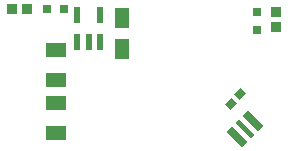
<source format=gbp>
G04*
G04 #@! TF.GenerationSoftware,Altium Limited,Altium Designer,22.10.1 (41)*
G04*
G04 Layer_Color=128*
%FSTAX24Y24*%
%MOIN*%
G70*
G04*
G04 #@! TF.SameCoordinates,87BD3A09-32BE-4FA1-A735-6A54E07DCED2*
G04*
G04*
G04 #@! TF.FilePolarity,Positive*
G04*
G01*
G75*
%ADD29R,0.0335X0.0374*%
%ADD30R,0.0374X0.0335*%
G04:AMPARAMS|DCode=33|XSize=23.6mil|YSize=29.5mil|CornerRadius=0mil|HoleSize=0mil|Usage=FLASHONLY|Rotation=315.000|XOffset=0mil|YOffset=0mil|HoleType=Round|Shape=Rectangle|*
%AMROTATEDRECTD33*
4,1,4,-0.0188,-0.0021,0.0021,0.0188,0.0188,0.0021,-0.0021,-0.0188,-0.0188,-0.0021,0.0*
%
%ADD33ROTATEDRECTD33*%

%ADD49R,0.0484X0.0709*%
%ADD50R,0.0315X0.0315*%
%ADD51R,0.0315X0.0315*%
G04:AMPARAMS|DCode=52|XSize=23.6mil|YSize=74.8mil|CornerRadius=0mil|HoleSize=0mil|Usage=FLASHONLY|Rotation=45.000|XOffset=0mil|YOffset=0mil|HoleType=Round|Shape=Rectangle|*
%AMROTATEDRECTD52*
4,1,4,0.0181,-0.0348,-0.0348,0.0181,-0.0181,0.0348,0.0348,-0.0181,0.0181,-0.0348,0.0*
%
%ADD52ROTATEDRECTD52*%

G04:AMPARAMS|DCode=53|XSize=15.7mil|YSize=74.8mil|CornerRadius=0mil|HoleSize=0mil|Usage=FLASHONLY|Rotation=45.000|XOffset=0mil|YOffset=0mil|HoleType=Round|Shape=Rectangle|*
%AMROTATEDRECTD53*
4,1,4,0.0209,-0.0320,-0.0320,0.0209,-0.0209,0.0320,0.0320,-0.0209,0.0209,-0.0320,0.0*
%
%ADD53ROTATEDRECTD53*%

%ADD54R,0.0236X0.0520*%
%ADD55R,0.0669X0.0512*%
D29*
X006794Y011D02*
D03*
X007306D02*
D03*
D30*
X0156Y010906D02*
D03*
Y010394D02*
D03*
D33*
X01409Y00784D02*
D03*
X01441Y00816D02*
D03*
D49*
X01045Y010716D02*
D03*
Y009684D02*
D03*
D50*
X008545Y011D02*
D03*
X007955D02*
D03*
D51*
X01495Y010305D02*
D03*
Y010895D02*
D03*
D52*
X014814Y007264D02*
D03*
X014286Y006736D02*
D03*
D53*
X01455Y007D02*
D03*
D54*
X009724Y010803D02*
D03*
X008976D02*
D03*
Y009897D02*
D03*
X00935D02*
D03*
X009724D02*
D03*
D55*
X008269Y007856D02*
D03*
Y008644D02*
D03*
Y006872D02*
D03*
Y009628D02*
D03*
M02*

</source>
